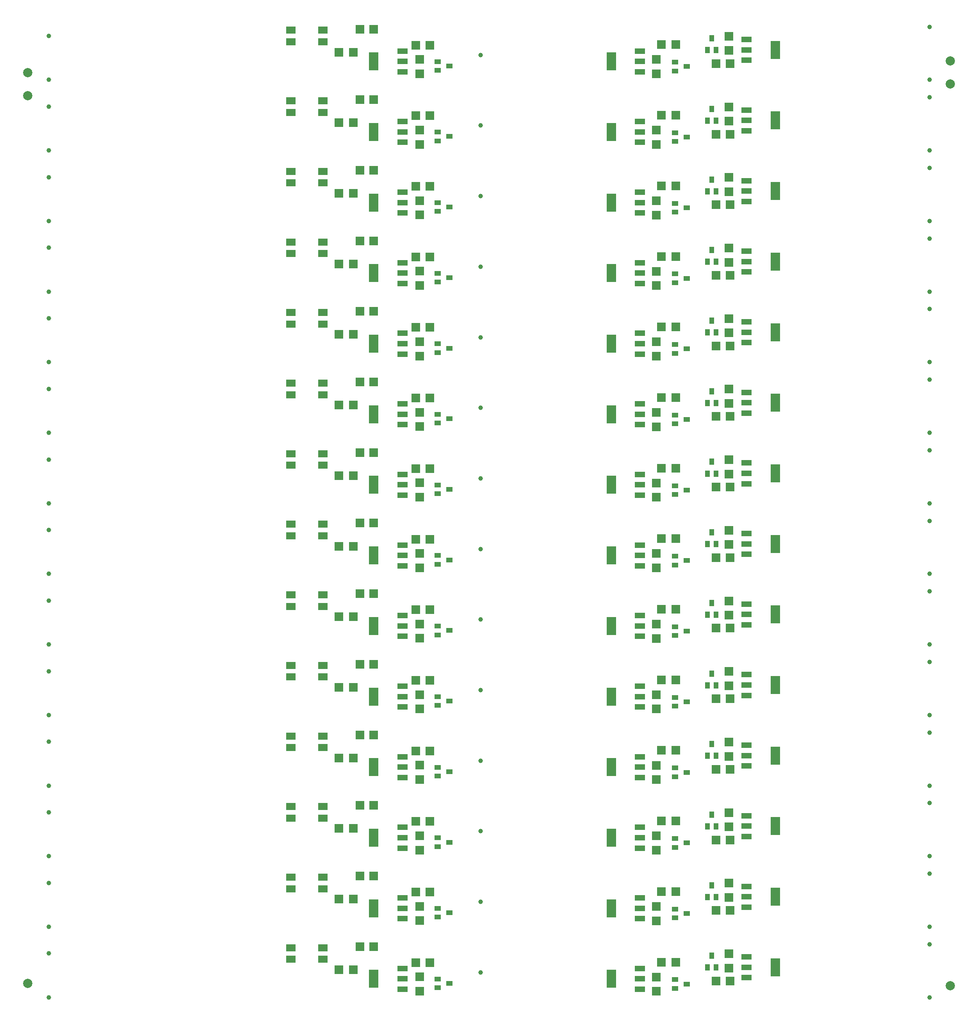
<source format=gtp>
G04 Layer_Color=8421504*
%FSLAX44Y44*%
%MOMM*%
G71*
G01*
G75*
%ADD10C,2.0000*%
%ADD11C,1.0000*%
%ADD13R,2.0000X1.5000*%
%ADD14R,1.0000X1.4000*%
%ADD15R,1.4000X1.0000*%
%ADD16R,2.0000X4.0000*%
%ADD17R,2.3000X1.2000*%
%ADD18R,1.8500X1.9500*%
%ADD19R,1.8500X1.8500*%
%ADD20R,1.8500X1.8500*%
D10*
X25000Y1975000D02*
D03*
Y2025000D02*
D03*
X2025000Y45000D02*
D03*
X25000Y50000D02*
D03*
X2025000Y2000000D02*
D03*
Y2050000D02*
D03*
D11*
X1006500Y74000D02*
D03*
X1980000Y20000D02*
D03*
Y135000D02*
D03*
X70000Y115000D02*
D03*
Y20000D02*
D03*
X1006500Y227000D02*
D03*
X1980000Y173000D02*
D03*
Y288000D02*
D03*
X70000Y268000D02*
D03*
Y173000D02*
D03*
X1006500Y380000D02*
D03*
X1980000Y326000D02*
D03*
Y441000D02*
D03*
X70000Y421000D02*
D03*
Y326000D02*
D03*
X1006500Y533000D02*
D03*
X1980000Y479000D02*
D03*
Y594000D02*
D03*
X70000Y574000D02*
D03*
Y479000D02*
D03*
X1006500Y686000D02*
D03*
X1980000Y632000D02*
D03*
Y747000D02*
D03*
X70000Y727000D02*
D03*
Y632000D02*
D03*
X1006500Y839000D02*
D03*
X1980000Y785000D02*
D03*
Y900000D02*
D03*
X70000Y880000D02*
D03*
Y785000D02*
D03*
X1006500Y992000D02*
D03*
X1980000Y938000D02*
D03*
Y1053000D02*
D03*
X70000Y1033000D02*
D03*
Y938000D02*
D03*
X1006500Y1145000D02*
D03*
X1980000Y1091000D02*
D03*
Y1206000D02*
D03*
X70000Y1186000D02*
D03*
Y1091000D02*
D03*
X1006500Y1298000D02*
D03*
X1980000Y1244000D02*
D03*
Y1359000D02*
D03*
X70000Y1339000D02*
D03*
Y1244000D02*
D03*
X1006500Y1451000D02*
D03*
X1980000Y1397000D02*
D03*
Y1512000D02*
D03*
X70000Y1492000D02*
D03*
Y1397000D02*
D03*
X1006500Y1604000D02*
D03*
X1980000Y1550000D02*
D03*
Y1665000D02*
D03*
X70000Y1645000D02*
D03*
Y1550000D02*
D03*
X1006500Y1757000D02*
D03*
X1980000Y1703000D02*
D03*
Y1818000D02*
D03*
X70000Y1798000D02*
D03*
Y1703000D02*
D03*
X1006500Y1910000D02*
D03*
X1980000Y1856000D02*
D03*
Y1971000D02*
D03*
X70000Y1951000D02*
D03*
Y1856000D02*
D03*
X1006500Y2063000D02*
D03*
X1980000Y2009000D02*
D03*
Y2124000D02*
D03*
X70000Y2104000D02*
D03*
Y2009000D02*
D03*
D13*
X595000Y102500D02*
D03*
Y127500D02*
D03*
X665000Y102500D02*
D03*
Y127500D02*
D03*
X595000Y255500D02*
D03*
Y280500D02*
D03*
X665000Y255500D02*
D03*
Y280500D02*
D03*
X595000Y408500D02*
D03*
Y433500D02*
D03*
X665000Y408500D02*
D03*
Y433500D02*
D03*
X595000Y561500D02*
D03*
Y586500D02*
D03*
X665000Y561500D02*
D03*
Y586500D02*
D03*
X595000Y714500D02*
D03*
Y739500D02*
D03*
X665000Y714500D02*
D03*
Y739500D02*
D03*
X595000Y867500D02*
D03*
Y892500D02*
D03*
X665000Y867500D02*
D03*
Y892500D02*
D03*
X595000Y1020500D02*
D03*
Y1045500D02*
D03*
X665000Y1020500D02*
D03*
Y1045500D02*
D03*
X595000Y1173500D02*
D03*
Y1198500D02*
D03*
X665000Y1173500D02*
D03*
Y1198500D02*
D03*
X595000Y1326500D02*
D03*
Y1351500D02*
D03*
X665000Y1326500D02*
D03*
Y1351500D02*
D03*
X595000Y1479500D02*
D03*
Y1504500D02*
D03*
X665000Y1479500D02*
D03*
Y1504500D02*
D03*
X595000Y1632500D02*
D03*
Y1657500D02*
D03*
X665000Y1632500D02*
D03*
Y1657500D02*
D03*
X595000Y1785500D02*
D03*
Y1810500D02*
D03*
X665000Y1785500D02*
D03*
Y1810500D02*
D03*
X595000Y1938500D02*
D03*
Y1963500D02*
D03*
X665000Y1938500D02*
D03*
Y1963500D02*
D03*
X595000Y2091500D02*
D03*
Y2116500D02*
D03*
X665000Y2091500D02*
D03*
Y2116500D02*
D03*
D14*
X1498250Y84500D02*
D03*
X1517250D02*
D03*
X1507750Y110000D02*
D03*
X1498250Y237500D02*
D03*
X1517250D02*
D03*
X1507750Y263000D02*
D03*
X1498250Y390500D02*
D03*
X1517250D02*
D03*
X1507750Y416000D02*
D03*
X1498250Y543500D02*
D03*
X1517250D02*
D03*
X1507750Y569000D02*
D03*
X1498250Y696500D02*
D03*
X1517250D02*
D03*
X1507750Y722000D02*
D03*
X1498250Y849500D02*
D03*
X1517250D02*
D03*
X1507750Y875000D02*
D03*
X1498250Y1002500D02*
D03*
X1517250D02*
D03*
X1507750Y1028000D02*
D03*
X1498250Y1155500D02*
D03*
X1517250D02*
D03*
X1507750Y1181000D02*
D03*
X1498250Y1308500D02*
D03*
X1517250D02*
D03*
X1507750Y1334000D02*
D03*
X1498250Y1461500D02*
D03*
X1517250D02*
D03*
X1507750Y1487000D02*
D03*
X1498250Y1614500D02*
D03*
X1517250D02*
D03*
X1507750Y1640000D02*
D03*
X1498250Y1767500D02*
D03*
X1517250D02*
D03*
X1507750Y1793000D02*
D03*
X1498250Y1920500D02*
D03*
X1517250D02*
D03*
X1507750Y1946000D02*
D03*
X1498250Y2073500D02*
D03*
X1517250D02*
D03*
X1507750Y2099000D02*
D03*
D15*
X1428000Y58250D02*
D03*
Y39250D02*
D03*
X1453500Y48750D02*
D03*
X913750Y59750D02*
D03*
Y40750D02*
D03*
X939250Y50250D02*
D03*
X1428000Y211250D02*
D03*
Y192250D02*
D03*
X1453500Y201750D02*
D03*
X913750Y212750D02*
D03*
Y193750D02*
D03*
X939250Y203250D02*
D03*
X1428000Y364250D02*
D03*
Y345250D02*
D03*
X1453500Y354750D02*
D03*
X913750Y365750D02*
D03*
Y346750D02*
D03*
X939250Y356250D02*
D03*
X1428000Y517250D02*
D03*
Y498250D02*
D03*
X1453500Y507750D02*
D03*
X913750Y518750D02*
D03*
Y499750D02*
D03*
X939250Y509250D02*
D03*
X1428000Y670250D02*
D03*
Y651250D02*
D03*
X1453500Y660750D02*
D03*
X913750Y671750D02*
D03*
Y652750D02*
D03*
X939250Y662250D02*
D03*
X1428000Y823250D02*
D03*
Y804250D02*
D03*
X1453500Y813750D02*
D03*
X913750Y824750D02*
D03*
Y805750D02*
D03*
X939250Y815250D02*
D03*
X1428000Y976250D02*
D03*
Y957250D02*
D03*
X1453500Y966750D02*
D03*
X913750Y977750D02*
D03*
Y958750D02*
D03*
X939250Y968250D02*
D03*
X1428000Y1129250D02*
D03*
Y1110250D02*
D03*
X1453500Y1119750D02*
D03*
X913750Y1130750D02*
D03*
Y1111750D02*
D03*
X939250Y1121250D02*
D03*
X1428000Y1282250D02*
D03*
Y1263250D02*
D03*
X1453500Y1272750D02*
D03*
X913750Y1283750D02*
D03*
Y1264750D02*
D03*
X939250Y1274250D02*
D03*
X1428000Y1435250D02*
D03*
Y1416250D02*
D03*
X1453500Y1425750D02*
D03*
X913750Y1436750D02*
D03*
Y1417750D02*
D03*
X939250Y1427250D02*
D03*
X1428000Y1588250D02*
D03*
Y1569250D02*
D03*
X1453500Y1578750D02*
D03*
X913750Y1589750D02*
D03*
Y1570750D02*
D03*
X939250Y1580250D02*
D03*
X1428000Y1741250D02*
D03*
Y1722250D02*
D03*
X1453500Y1731750D02*
D03*
X913750Y1742750D02*
D03*
Y1723750D02*
D03*
X939250Y1733250D02*
D03*
X1428000Y1894250D02*
D03*
Y1875250D02*
D03*
X1453500Y1884750D02*
D03*
X913750Y1895750D02*
D03*
Y1876750D02*
D03*
X939250Y1886250D02*
D03*
X1428000Y2047250D02*
D03*
Y2028250D02*
D03*
X1453500Y2037750D02*
D03*
X913750Y2048750D02*
D03*
Y2029750D02*
D03*
X939250Y2039250D02*
D03*
D16*
X1646000Y85000D02*
D03*
X1290000Y60000D02*
D03*
X775000D02*
D03*
X1646000Y238000D02*
D03*
X1290000Y213000D02*
D03*
X775000D02*
D03*
X1646000Y391000D02*
D03*
X1290000Y366000D02*
D03*
X775000D02*
D03*
X1646000Y544000D02*
D03*
X1290000Y519000D02*
D03*
X775000D02*
D03*
X1646000Y697000D02*
D03*
X1290000Y672000D02*
D03*
X775000D02*
D03*
X1646000Y850000D02*
D03*
X1290000Y825000D02*
D03*
X775000D02*
D03*
X1646000Y1003000D02*
D03*
X1290000Y978000D02*
D03*
X775000D02*
D03*
X1646000Y1156000D02*
D03*
X1290000Y1131000D02*
D03*
X775000D02*
D03*
X1646000Y1309000D02*
D03*
X1290000Y1284000D02*
D03*
X775000D02*
D03*
X1646000Y1462000D02*
D03*
X1290000Y1437000D02*
D03*
X775000D02*
D03*
X1646000Y1615000D02*
D03*
X1290000Y1590000D02*
D03*
X775000D02*
D03*
X1646000Y1768000D02*
D03*
X1290000Y1743000D02*
D03*
X775000D02*
D03*
X1646000Y1921000D02*
D03*
X1290000Y1896000D02*
D03*
X775000D02*
D03*
X1646000Y2074000D02*
D03*
X1290000Y2049000D02*
D03*
X775000D02*
D03*
D17*
X1583500Y62500D02*
D03*
Y85000D02*
D03*
Y107500D02*
D03*
X1352500Y82500D02*
D03*
Y60000D02*
D03*
Y37500D02*
D03*
X837500Y82500D02*
D03*
Y60000D02*
D03*
Y37500D02*
D03*
X1583500Y215500D02*
D03*
Y238000D02*
D03*
Y260500D02*
D03*
X1352500Y235500D02*
D03*
Y213000D02*
D03*
Y190500D02*
D03*
X837500Y235500D02*
D03*
Y213000D02*
D03*
Y190500D02*
D03*
X1583500Y368500D02*
D03*
Y391000D02*
D03*
Y413500D02*
D03*
X1352500Y388500D02*
D03*
Y366000D02*
D03*
Y343500D02*
D03*
X837500Y388500D02*
D03*
Y366000D02*
D03*
Y343500D02*
D03*
X1583500Y521500D02*
D03*
Y544000D02*
D03*
Y566500D02*
D03*
X1352500Y541500D02*
D03*
Y519000D02*
D03*
Y496500D02*
D03*
X837500Y541500D02*
D03*
Y519000D02*
D03*
Y496500D02*
D03*
X1583500Y674500D02*
D03*
Y697000D02*
D03*
Y719500D02*
D03*
X1352500Y694500D02*
D03*
Y672000D02*
D03*
Y649500D02*
D03*
X837500Y694500D02*
D03*
Y672000D02*
D03*
Y649500D02*
D03*
X1583500Y827500D02*
D03*
Y850000D02*
D03*
Y872500D02*
D03*
X1352500Y847500D02*
D03*
Y825000D02*
D03*
Y802500D02*
D03*
X837500Y847500D02*
D03*
Y825000D02*
D03*
Y802500D02*
D03*
X1583500Y980500D02*
D03*
Y1003000D02*
D03*
Y1025500D02*
D03*
X1352500Y1000500D02*
D03*
Y978000D02*
D03*
Y955500D02*
D03*
X837500Y1000500D02*
D03*
Y978000D02*
D03*
Y955500D02*
D03*
X1583500Y1133500D02*
D03*
Y1156000D02*
D03*
Y1178500D02*
D03*
X1352500Y1153500D02*
D03*
Y1131000D02*
D03*
Y1108500D02*
D03*
X837500Y1153500D02*
D03*
Y1131000D02*
D03*
Y1108500D02*
D03*
X1583500Y1286500D02*
D03*
Y1309000D02*
D03*
Y1331500D02*
D03*
X1352500Y1306500D02*
D03*
Y1284000D02*
D03*
Y1261500D02*
D03*
X837500Y1306500D02*
D03*
Y1284000D02*
D03*
Y1261500D02*
D03*
X1583500Y1439500D02*
D03*
Y1462000D02*
D03*
Y1484500D02*
D03*
X1352500Y1459500D02*
D03*
Y1437000D02*
D03*
Y1414500D02*
D03*
X837500Y1459500D02*
D03*
Y1437000D02*
D03*
Y1414500D02*
D03*
X1583500Y1592500D02*
D03*
Y1615000D02*
D03*
Y1637500D02*
D03*
X1352500Y1612500D02*
D03*
Y1590000D02*
D03*
Y1567500D02*
D03*
X837500Y1612500D02*
D03*
Y1590000D02*
D03*
Y1567500D02*
D03*
X1583500Y1745500D02*
D03*
Y1768000D02*
D03*
Y1790500D02*
D03*
X1352500Y1765500D02*
D03*
Y1743000D02*
D03*
Y1720500D02*
D03*
X837500Y1765500D02*
D03*
Y1743000D02*
D03*
Y1720500D02*
D03*
X1583500Y1898500D02*
D03*
Y1921000D02*
D03*
Y1943500D02*
D03*
X1352500Y1918500D02*
D03*
Y1896000D02*
D03*
Y1873500D02*
D03*
X837500Y1918500D02*
D03*
Y1896000D02*
D03*
Y1873500D02*
D03*
X1583500Y2051500D02*
D03*
Y2074000D02*
D03*
Y2096500D02*
D03*
X1352500Y2071500D02*
D03*
Y2049000D02*
D03*
Y2026500D02*
D03*
X837500Y2071500D02*
D03*
Y2049000D02*
D03*
Y2026500D02*
D03*
D18*
X775000Y130000D02*
D03*
X745000D02*
D03*
X775000Y283000D02*
D03*
X745000D02*
D03*
X775000Y436000D02*
D03*
X745000D02*
D03*
X775000Y589000D02*
D03*
X745000D02*
D03*
X775000Y742000D02*
D03*
X745000D02*
D03*
X775000Y895000D02*
D03*
X745000D02*
D03*
X775000Y1048000D02*
D03*
X745000D02*
D03*
X775000Y1201000D02*
D03*
X745000D02*
D03*
X775000Y1354000D02*
D03*
X745000D02*
D03*
X775000Y1507000D02*
D03*
X745000D02*
D03*
X775000Y1660000D02*
D03*
X745000D02*
D03*
X775000Y1813000D02*
D03*
X745000D02*
D03*
X775000Y1966000D02*
D03*
X745000D02*
D03*
X775000Y2119000D02*
D03*
X745000D02*
D03*
D19*
X1545000Y114500D02*
D03*
Y83500D02*
D03*
X1388000Y64000D02*
D03*
Y33000D02*
D03*
X874500Y64250D02*
D03*
Y33250D02*
D03*
X1545000Y267500D02*
D03*
Y236500D02*
D03*
X1388000Y217000D02*
D03*
Y186000D02*
D03*
X874500Y217250D02*
D03*
Y186250D02*
D03*
X1545000Y420500D02*
D03*
Y389500D02*
D03*
X1388000Y370000D02*
D03*
Y339000D02*
D03*
X874500Y370250D02*
D03*
Y339250D02*
D03*
X1545000Y573500D02*
D03*
Y542500D02*
D03*
X1388000Y523000D02*
D03*
Y492000D02*
D03*
X874500Y523250D02*
D03*
Y492250D02*
D03*
X1545000Y726500D02*
D03*
Y695500D02*
D03*
X1388000Y676000D02*
D03*
Y645000D02*
D03*
X874500Y676250D02*
D03*
Y645250D02*
D03*
X1545000Y879500D02*
D03*
Y848500D02*
D03*
X1388000Y829000D02*
D03*
Y798000D02*
D03*
X874500Y829250D02*
D03*
Y798250D02*
D03*
X1545000Y1032500D02*
D03*
Y1001500D02*
D03*
X1388000Y982000D02*
D03*
Y951000D02*
D03*
X874500Y982250D02*
D03*
Y951250D02*
D03*
X1545000Y1185500D02*
D03*
Y1154500D02*
D03*
X1388000Y1135000D02*
D03*
Y1104000D02*
D03*
X874500Y1135250D02*
D03*
Y1104250D02*
D03*
X1545000Y1338500D02*
D03*
Y1307500D02*
D03*
X1388000Y1288000D02*
D03*
Y1257000D02*
D03*
X874500Y1288250D02*
D03*
Y1257250D02*
D03*
X1545000Y1491500D02*
D03*
Y1460500D02*
D03*
X1388000Y1441000D02*
D03*
Y1410000D02*
D03*
X874500Y1441250D02*
D03*
Y1410250D02*
D03*
X1545000Y1644500D02*
D03*
Y1613500D02*
D03*
X1388000Y1594000D02*
D03*
Y1563000D02*
D03*
X874500Y1594250D02*
D03*
Y1563250D02*
D03*
X1545000Y1797500D02*
D03*
Y1766500D02*
D03*
X1388000Y1747000D02*
D03*
Y1716000D02*
D03*
X874500Y1747250D02*
D03*
Y1716250D02*
D03*
X1545000Y1950500D02*
D03*
Y1919500D02*
D03*
X1388000Y1900000D02*
D03*
Y1869000D02*
D03*
X874500Y1900250D02*
D03*
Y1869250D02*
D03*
X1545000Y2103500D02*
D03*
Y2072500D02*
D03*
X1388000Y2053000D02*
D03*
Y2022000D02*
D03*
X874500Y2053250D02*
D03*
Y2022250D02*
D03*
D20*
X1517107Y55259D02*
D03*
X1548107D02*
D03*
X699500Y80000D02*
D03*
X730500D02*
D03*
X1430000Y96250D02*
D03*
X1399000D02*
D03*
X897000Y95250D02*
D03*
X866000D02*
D03*
X1517107Y208259D02*
D03*
X1548107D02*
D03*
X699500Y233000D02*
D03*
X730500D02*
D03*
X1430000Y249250D02*
D03*
X1399000D02*
D03*
X897000Y248250D02*
D03*
X866000D02*
D03*
X1517107Y361259D02*
D03*
X1548107D02*
D03*
X699500Y386000D02*
D03*
X730500D02*
D03*
X1430000Y402250D02*
D03*
X1399000D02*
D03*
X897000Y401250D02*
D03*
X866000D02*
D03*
X1517107Y514259D02*
D03*
X1548107D02*
D03*
X699500Y539000D02*
D03*
X730500D02*
D03*
X1430000Y555250D02*
D03*
X1399000D02*
D03*
X897000Y554250D02*
D03*
X866000D02*
D03*
X1517107Y667259D02*
D03*
X1548107D02*
D03*
X699500Y692000D02*
D03*
X730500D02*
D03*
X1430000Y708250D02*
D03*
X1399000D02*
D03*
X897000Y707250D02*
D03*
X866000D02*
D03*
X1517107Y820259D02*
D03*
X1548107D02*
D03*
X699500Y845000D02*
D03*
X730500D02*
D03*
X1430000Y861250D02*
D03*
X1399000D02*
D03*
X897000Y860250D02*
D03*
X866000D02*
D03*
X1517107Y973259D02*
D03*
X1548107D02*
D03*
X699500Y998000D02*
D03*
X730500D02*
D03*
X1430000Y1014250D02*
D03*
X1399000D02*
D03*
X897000Y1013250D02*
D03*
X866000D02*
D03*
X1517107Y1126259D02*
D03*
X1548107D02*
D03*
X699500Y1151000D02*
D03*
X730500D02*
D03*
X1430000Y1167250D02*
D03*
X1399000D02*
D03*
X897000Y1166250D02*
D03*
X866000D02*
D03*
X1517107Y1279259D02*
D03*
X1548107D02*
D03*
X699500Y1304000D02*
D03*
X730500D02*
D03*
X1430000Y1320250D02*
D03*
X1399000D02*
D03*
X897000Y1319250D02*
D03*
X866000D02*
D03*
X1517107Y1432259D02*
D03*
X1548107D02*
D03*
X699500Y1457000D02*
D03*
X730500D02*
D03*
X1430000Y1473250D02*
D03*
X1399000D02*
D03*
X897000Y1472250D02*
D03*
X866000D02*
D03*
X1517107Y1585259D02*
D03*
X1548107D02*
D03*
X699500Y1610000D02*
D03*
X730500D02*
D03*
X1430000Y1626250D02*
D03*
X1399000D02*
D03*
X897000Y1625250D02*
D03*
X866000D02*
D03*
X1517107Y1738259D02*
D03*
X1548107D02*
D03*
X699500Y1763000D02*
D03*
X730500D02*
D03*
X1430000Y1779250D02*
D03*
X1399000D02*
D03*
X897000Y1778250D02*
D03*
X866000D02*
D03*
X1517107Y1891259D02*
D03*
X1548107D02*
D03*
X699500Y1916000D02*
D03*
X730500D02*
D03*
X1430000Y1932250D02*
D03*
X1399000D02*
D03*
X897000Y1931250D02*
D03*
X866000D02*
D03*
X1517107Y2044259D02*
D03*
X1548107D02*
D03*
X699500Y2069000D02*
D03*
X730500D02*
D03*
X1430000Y2085250D02*
D03*
X1399000D02*
D03*
X897000Y2084250D02*
D03*
X866000D02*
D03*
M02*

</source>
